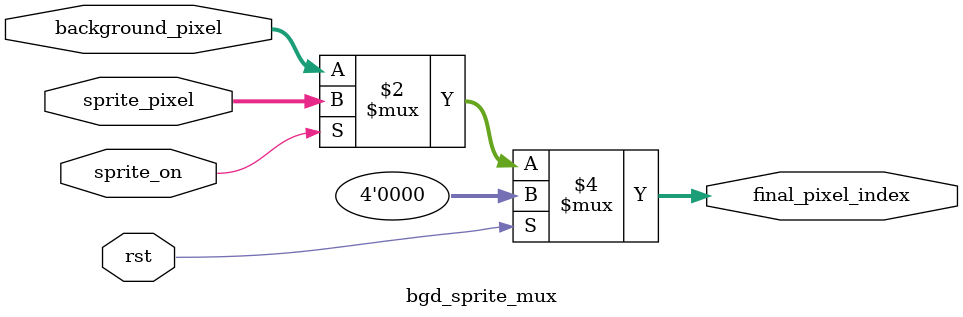
<source format=sv>
`timescale 1ns / 1ps


module bgd_sprite_mux(

    input logic rst,
    
    input logic [3:0] background_pixel,
    input logic [3:0] sprite_pixel,
    input logic sprite_on,
    
    output logic [3:0] final_pixel_index
);

    always_comb begin
        if(rst) begin 
            final_pixel_index = 4'h0;
        end else begin
            final_pixel_index = (sprite_on) ? sprite_pixel : background_pixel;
        end
    end
    
    
endmodule

</source>
